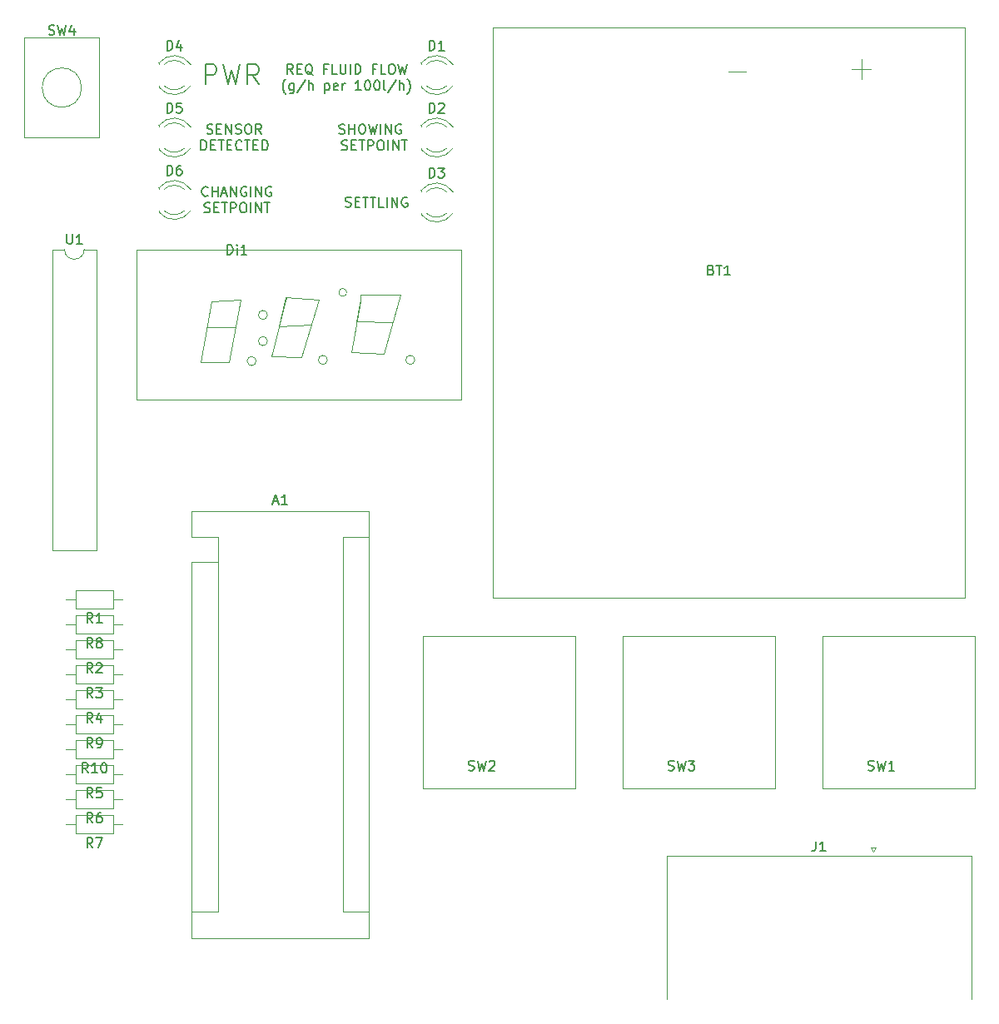
<source format=gbr>
G04 #@! TF.GenerationSoftware,KiCad,Pcbnew,(5.1.0)-1*
G04 #@! TF.CreationDate,2019-08-13T11:23:49+02:00*
G04 #@! TF.ProjectId,AirSensorModule,41697253-656e-4736-9f72-4d6f64756c65,rev?*
G04 #@! TF.SameCoordinates,Original*
G04 #@! TF.FileFunction,Legend,Top*
G04 #@! TF.FilePolarity,Positive*
%FSLAX46Y46*%
G04 Gerber Fmt 4.6, Leading zero omitted, Abs format (unit mm)*
G04 Created by KiCad (PCBNEW (5.1.0)-1) date 2019-08-13 11:23:49*
%MOMM*%
%LPD*%
G04 APERTURE LIST*
%ADD10C,0.150000*%
%ADD11C,0.200000*%
%ADD12C,0.120000*%
G04 APERTURE END LIST*
D10*
X129802380Y-71969761D02*
X129945238Y-72017380D01*
X130183333Y-72017380D01*
X130278571Y-71969761D01*
X130326190Y-71922142D01*
X130373809Y-71826904D01*
X130373809Y-71731666D01*
X130326190Y-71636428D01*
X130278571Y-71588809D01*
X130183333Y-71541190D01*
X129992857Y-71493571D01*
X129897619Y-71445952D01*
X129850000Y-71398333D01*
X129802380Y-71303095D01*
X129802380Y-71207857D01*
X129850000Y-71112619D01*
X129897619Y-71065000D01*
X129992857Y-71017380D01*
X130230952Y-71017380D01*
X130373809Y-71065000D01*
X130802380Y-72017380D02*
X130802380Y-71017380D01*
X130802380Y-71493571D02*
X131373809Y-71493571D01*
X131373809Y-72017380D02*
X131373809Y-71017380D01*
X132040476Y-71017380D02*
X132230952Y-71017380D01*
X132326190Y-71065000D01*
X132421428Y-71160238D01*
X132469047Y-71350714D01*
X132469047Y-71684047D01*
X132421428Y-71874523D01*
X132326190Y-71969761D01*
X132230952Y-72017380D01*
X132040476Y-72017380D01*
X131945238Y-71969761D01*
X131850000Y-71874523D01*
X131802380Y-71684047D01*
X131802380Y-71350714D01*
X131850000Y-71160238D01*
X131945238Y-71065000D01*
X132040476Y-71017380D01*
X132802380Y-71017380D02*
X133040476Y-72017380D01*
X133230952Y-71303095D01*
X133421428Y-72017380D01*
X133659523Y-71017380D01*
X134040476Y-72017380D02*
X134040476Y-71017380D01*
X134516666Y-72017380D02*
X134516666Y-71017380D01*
X135088095Y-72017380D01*
X135088095Y-71017380D01*
X136088095Y-71065000D02*
X135992857Y-71017380D01*
X135850000Y-71017380D01*
X135707142Y-71065000D01*
X135611904Y-71160238D01*
X135564285Y-71255476D01*
X135516666Y-71445952D01*
X135516666Y-71588809D01*
X135564285Y-71779285D01*
X135611904Y-71874523D01*
X135707142Y-71969761D01*
X135850000Y-72017380D01*
X135945238Y-72017380D01*
X136088095Y-71969761D01*
X136135714Y-71922142D01*
X136135714Y-71588809D01*
X135945238Y-71588809D01*
X130064285Y-73619761D02*
X130207142Y-73667380D01*
X130445238Y-73667380D01*
X130540476Y-73619761D01*
X130588095Y-73572142D01*
X130635714Y-73476904D01*
X130635714Y-73381666D01*
X130588095Y-73286428D01*
X130540476Y-73238809D01*
X130445238Y-73191190D01*
X130254761Y-73143571D01*
X130159523Y-73095952D01*
X130111904Y-73048333D01*
X130064285Y-72953095D01*
X130064285Y-72857857D01*
X130111904Y-72762619D01*
X130159523Y-72715000D01*
X130254761Y-72667380D01*
X130492857Y-72667380D01*
X130635714Y-72715000D01*
X131064285Y-73143571D02*
X131397619Y-73143571D01*
X131540476Y-73667380D02*
X131064285Y-73667380D01*
X131064285Y-72667380D01*
X131540476Y-72667380D01*
X131826190Y-72667380D02*
X132397619Y-72667380D01*
X132111904Y-73667380D02*
X132111904Y-72667380D01*
X132730952Y-73667380D02*
X132730952Y-72667380D01*
X133111904Y-72667380D01*
X133207142Y-72715000D01*
X133254761Y-72762619D01*
X133302380Y-72857857D01*
X133302380Y-73000714D01*
X133254761Y-73095952D01*
X133207142Y-73143571D01*
X133111904Y-73191190D01*
X132730952Y-73191190D01*
X133921428Y-72667380D02*
X134111904Y-72667380D01*
X134207142Y-72715000D01*
X134302380Y-72810238D01*
X134350000Y-73000714D01*
X134350000Y-73334047D01*
X134302380Y-73524523D01*
X134207142Y-73619761D01*
X134111904Y-73667380D01*
X133921428Y-73667380D01*
X133826190Y-73619761D01*
X133730952Y-73524523D01*
X133683333Y-73334047D01*
X133683333Y-73000714D01*
X133730952Y-72810238D01*
X133826190Y-72715000D01*
X133921428Y-72667380D01*
X134778571Y-73667380D02*
X134778571Y-72667380D01*
X135254761Y-73667380D02*
X135254761Y-72667380D01*
X135826190Y-73667380D01*
X135826190Y-72667380D01*
X136159523Y-72667380D02*
X136730952Y-72667380D01*
X136445238Y-73667380D02*
X136445238Y-72667380D01*
X125103619Y-65921380D02*
X124770285Y-65445190D01*
X124532190Y-65921380D02*
X124532190Y-64921380D01*
X124913142Y-64921380D01*
X125008380Y-64969000D01*
X125056000Y-65016619D01*
X125103619Y-65111857D01*
X125103619Y-65254714D01*
X125056000Y-65349952D01*
X125008380Y-65397571D01*
X124913142Y-65445190D01*
X124532190Y-65445190D01*
X125532190Y-65397571D02*
X125865523Y-65397571D01*
X126008380Y-65921380D02*
X125532190Y-65921380D01*
X125532190Y-64921380D01*
X126008380Y-64921380D01*
X127103619Y-66016619D02*
X127008380Y-65969000D01*
X126913142Y-65873761D01*
X126770285Y-65730904D01*
X126675047Y-65683285D01*
X126579809Y-65683285D01*
X126627428Y-65921380D02*
X126532190Y-65873761D01*
X126436952Y-65778523D01*
X126389333Y-65588047D01*
X126389333Y-65254714D01*
X126436952Y-65064238D01*
X126532190Y-64969000D01*
X126627428Y-64921380D01*
X126817904Y-64921380D01*
X126913142Y-64969000D01*
X127008380Y-65064238D01*
X127056000Y-65254714D01*
X127056000Y-65588047D01*
X127008380Y-65778523D01*
X126913142Y-65873761D01*
X126817904Y-65921380D01*
X126627428Y-65921380D01*
X128579809Y-65397571D02*
X128246476Y-65397571D01*
X128246476Y-65921380D02*
X128246476Y-64921380D01*
X128722666Y-64921380D01*
X129579809Y-65921380D02*
X129103619Y-65921380D01*
X129103619Y-64921380D01*
X129913142Y-64921380D02*
X129913142Y-65730904D01*
X129960761Y-65826142D01*
X130008380Y-65873761D01*
X130103619Y-65921380D01*
X130294095Y-65921380D01*
X130389333Y-65873761D01*
X130436952Y-65826142D01*
X130484571Y-65730904D01*
X130484571Y-64921380D01*
X130960761Y-65921380D02*
X130960761Y-64921380D01*
X131436952Y-65921380D02*
X131436952Y-64921380D01*
X131675047Y-64921380D01*
X131817904Y-64969000D01*
X131913142Y-65064238D01*
X131960761Y-65159476D01*
X132008380Y-65349952D01*
X132008380Y-65492809D01*
X131960761Y-65683285D01*
X131913142Y-65778523D01*
X131817904Y-65873761D01*
X131675047Y-65921380D01*
X131436952Y-65921380D01*
X133532190Y-65397571D02*
X133198857Y-65397571D01*
X133198857Y-65921380D02*
X133198857Y-64921380D01*
X133675047Y-64921380D01*
X134532190Y-65921380D02*
X134056000Y-65921380D01*
X134056000Y-64921380D01*
X135056000Y-64921380D02*
X135246476Y-64921380D01*
X135341714Y-64969000D01*
X135436952Y-65064238D01*
X135484571Y-65254714D01*
X135484571Y-65588047D01*
X135436952Y-65778523D01*
X135341714Y-65873761D01*
X135246476Y-65921380D01*
X135056000Y-65921380D01*
X134960761Y-65873761D01*
X134865523Y-65778523D01*
X134817904Y-65588047D01*
X134817904Y-65254714D01*
X134865523Y-65064238D01*
X134960761Y-64969000D01*
X135056000Y-64921380D01*
X135817904Y-64921380D02*
X136056000Y-65921380D01*
X136246476Y-65207095D01*
X136436952Y-65921380D01*
X136675047Y-64921380D01*
X124365523Y-67952333D02*
X124317904Y-67904714D01*
X124222666Y-67761857D01*
X124175047Y-67666619D01*
X124127428Y-67523761D01*
X124079809Y-67285666D01*
X124079809Y-67095190D01*
X124127428Y-66857095D01*
X124175047Y-66714238D01*
X124222666Y-66619000D01*
X124317904Y-66476142D01*
X124365523Y-66428523D01*
X125175047Y-66904714D02*
X125175047Y-67714238D01*
X125127428Y-67809476D01*
X125079809Y-67857095D01*
X124984571Y-67904714D01*
X124841714Y-67904714D01*
X124746476Y-67857095D01*
X125175047Y-67523761D02*
X125079809Y-67571380D01*
X124889333Y-67571380D01*
X124794095Y-67523761D01*
X124746476Y-67476142D01*
X124698857Y-67380904D01*
X124698857Y-67095190D01*
X124746476Y-66999952D01*
X124794095Y-66952333D01*
X124889333Y-66904714D01*
X125079809Y-66904714D01*
X125175047Y-66952333D01*
X126365523Y-66523761D02*
X125508380Y-67809476D01*
X126698857Y-67571380D02*
X126698857Y-66571380D01*
X127127428Y-67571380D02*
X127127428Y-67047571D01*
X127079809Y-66952333D01*
X126984571Y-66904714D01*
X126841714Y-66904714D01*
X126746476Y-66952333D01*
X126698857Y-66999952D01*
X128365523Y-66904714D02*
X128365523Y-67904714D01*
X128365523Y-66952333D02*
X128460761Y-66904714D01*
X128651238Y-66904714D01*
X128746476Y-66952333D01*
X128794095Y-66999952D01*
X128841714Y-67095190D01*
X128841714Y-67380904D01*
X128794095Y-67476142D01*
X128746476Y-67523761D01*
X128651238Y-67571380D01*
X128460761Y-67571380D01*
X128365523Y-67523761D01*
X129651238Y-67523761D02*
X129556000Y-67571380D01*
X129365523Y-67571380D01*
X129270285Y-67523761D01*
X129222666Y-67428523D01*
X129222666Y-67047571D01*
X129270285Y-66952333D01*
X129365523Y-66904714D01*
X129556000Y-66904714D01*
X129651238Y-66952333D01*
X129698857Y-67047571D01*
X129698857Y-67142809D01*
X129222666Y-67238047D01*
X130127428Y-67571380D02*
X130127428Y-66904714D01*
X130127428Y-67095190D02*
X130175047Y-66999952D01*
X130222666Y-66952333D01*
X130317904Y-66904714D01*
X130413142Y-66904714D01*
X132032190Y-67571380D02*
X131460761Y-67571380D01*
X131746476Y-67571380D02*
X131746476Y-66571380D01*
X131651238Y-66714238D01*
X131556000Y-66809476D01*
X131460761Y-66857095D01*
X132651238Y-66571380D02*
X132746476Y-66571380D01*
X132841714Y-66619000D01*
X132889333Y-66666619D01*
X132936952Y-66761857D01*
X132984571Y-66952333D01*
X132984571Y-67190428D01*
X132936952Y-67380904D01*
X132889333Y-67476142D01*
X132841714Y-67523761D01*
X132746476Y-67571380D01*
X132651238Y-67571380D01*
X132556000Y-67523761D01*
X132508380Y-67476142D01*
X132460761Y-67380904D01*
X132413142Y-67190428D01*
X132413142Y-66952333D01*
X132460761Y-66761857D01*
X132508380Y-66666619D01*
X132556000Y-66619000D01*
X132651238Y-66571380D01*
X133603619Y-66571380D02*
X133698857Y-66571380D01*
X133794095Y-66619000D01*
X133841714Y-66666619D01*
X133889333Y-66761857D01*
X133936952Y-66952333D01*
X133936952Y-67190428D01*
X133889333Y-67380904D01*
X133841714Y-67476142D01*
X133794095Y-67523761D01*
X133698857Y-67571380D01*
X133603619Y-67571380D01*
X133508380Y-67523761D01*
X133460761Y-67476142D01*
X133413142Y-67380904D01*
X133365523Y-67190428D01*
X133365523Y-66952333D01*
X133413142Y-66761857D01*
X133460761Y-66666619D01*
X133508380Y-66619000D01*
X133603619Y-66571380D01*
X134508380Y-67571380D02*
X134413142Y-67523761D01*
X134365523Y-67428523D01*
X134365523Y-66571380D01*
X135603619Y-66523761D02*
X134746476Y-67809476D01*
X135936952Y-67571380D02*
X135936952Y-66571380D01*
X136365523Y-67571380D02*
X136365523Y-67047571D01*
X136317904Y-66952333D01*
X136222666Y-66904714D01*
X136079809Y-66904714D01*
X135984571Y-66952333D01*
X135936952Y-66999952D01*
X136746476Y-67952333D02*
X136794095Y-67904714D01*
X136889333Y-67761857D01*
X136936952Y-67666619D01*
X136984571Y-67523761D01*
X137032190Y-67285666D01*
X137032190Y-67095190D01*
X136984571Y-66857095D01*
X136936952Y-66714238D01*
X136889333Y-66619000D01*
X136794095Y-66476142D01*
X136746476Y-66428523D01*
X130437333Y-79398761D02*
X130580190Y-79446380D01*
X130818285Y-79446380D01*
X130913523Y-79398761D01*
X130961142Y-79351142D01*
X131008761Y-79255904D01*
X131008761Y-79160666D01*
X130961142Y-79065428D01*
X130913523Y-79017809D01*
X130818285Y-78970190D01*
X130627809Y-78922571D01*
X130532571Y-78874952D01*
X130484952Y-78827333D01*
X130437333Y-78732095D01*
X130437333Y-78636857D01*
X130484952Y-78541619D01*
X130532571Y-78494000D01*
X130627809Y-78446380D01*
X130865904Y-78446380D01*
X131008761Y-78494000D01*
X131437333Y-78922571D02*
X131770666Y-78922571D01*
X131913523Y-79446380D02*
X131437333Y-79446380D01*
X131437333Y-78446380D01*
X131913523Y-78446380D01*
X132199238Y-78446380D02*
X132770666Y-78446380D01*
X132484952Y-79446380D02*
X132484952Y-78446380D01*
X132961142Y-78446380D02*
X133532571Y-78446380D01*
X133246857Y-79446380D02*
X133246857Y-78446380D01*
X134342095Y-79446380D02*
X133865904Y-79446380D01*
X133865904Y-78446380D01*
X134675428Y-79446380D02*
X134675428Y-78446380D01*
X135151619Y-79446380D02*
X135151619Y-78446380D01*
X135723047Y-79446380D01*
X135723047Y-78446380D01*
X136723047Y-78494000D02*
X136627809Y-78446380D01*
X136484952Y-78446380D01*
X136342095Y-78494000D01*
X136246857Y-78589238D01*
X136199238Y-78684476D01*
X136151619Y-78874952D01*
X136151619Y-79017809D01*
X136199238Y-79208285D01*
X136246857Y-79303523D01*
X136342095Y-79398761D01*
X136484952Y-79446380D01*
X136580190Y-79446380D01*
X136723047Y-79398761D01*
X136770666Y-79351142D01*
X136770666Y-79017809D01*
X136580190Y-79017809D01*
X116451428Y-78272142D02*
X116403809Y-78319761D01*
X116260952Y-78367380D01*
X116165714Y-78367380D01*
X116022857Y-78319761D01*
X115927619Y-78224523D01*
X115880000Y-78129285D01*
X115832380Y-77938809D01*
X115832380Y-77795952D01*
X115880000Y-77605476D01*
X115927619Y-77510238D01*
X116022857Y-77415000D01*
X116165714Y-77367380D01*
X116260952Y-77367380D01*
X116403809Y-77415000D01*
X116451428Y-77462619D01*
X116880000Y-78367380D02*
X116880000Y-77367380D01*
X116880000Y-77843571D02*
X117451428Y-77843571D01*
X117451428Y-78367380D02*
X117451428Y-77367380D01*
X117880000Y-78081666D02*
X118356190Y-78081666D01*
X117784761Y-78367380D02*
X118118095Y-77367380D01*
X118451428Y-78367380D01*
X118784761Y-78367380D02*
X118784761Y-77367380D01*
X119356190Y-78367380D01*
X119356190Y-77367380D01*
X120356190Y-77415000D02*
X120260952Y-77367380D01*
X120118095Y-77367380D01*
X119975238Y-77415000D01*
X119880000Y-77510238D01*
X119832380Y-77605476D01*
X119784761Y-77795952D01*
X119784761Y-77938809D01*
X119832380Y-78129285D01*
X119880000Y-78224523D01*
X119975238Y-78319761D01*
X120118095Y-78367380D01*
X120213333Y-78367380D01*
X120356190Y-78319761D01*
X120403809Y-78272142D01*
X120403809Y-77938809D01*
X120213333Y-77938809D01*
X120832380Y-78367380D02*
X120832380Y-77367380D01*
X121308571Y-78367380D02*
X121308571Y-77367380D01*
X121880000Y-78367380D01*
X121880000Y-77367380D01*
X122880000Y-77415000D02*
X122784761Y-77367380D01*
X122641904Y-77367380D01*
X122499047Y-77415000D01*
X122403809Y-77510238D01*
X122356190Y-77605476D01*
X122308571Y-77795952D01*
X122308571Y-77938809D01*
X122356190Y-78129285D01*
X122403809Y-78224523D01*
X122499047Y-78319761D01*
X122641904Y-78367380D01*
X122737142Y-78367380D01*
X122880000Y-78319761D01*
X122927619Y-78272142D01*
X122927619Y-77938809D01*
X122737142Y-77938809D01*
X116094285Y-79969761D02*
X116237142Y-80017380D01*
X116475238Y-80017380D01*
X116570476Y-79969761D01*
X116618095Y-79922142D01*
X116665714Y-79826904D01*
X116665714Y-79731666D01*
X116618095Y-79636428D01*
X116570476Y-79588809D01*
X116475238Y-79541190D01*
X116284761Y-79493571D01*
X116189523Y-79445952D01*
X116141904Y-79398333D01*
X116094285Y-79303095D01*
X116094285Y-79207857D01*
X116141904Y-79112619D01*
X116189523Y-79065000D01*
X116284761Y-79017380D01*
X116522857Y-79017380D01*
X116665714Y-79065000D01*
X117094285Y-79493571D02*
X117427619Y-79493571D01*
X117570476Y-80017380D02*
X117094285Y-80017380D01*
X117094285Y-79017380D01*
X117570476Y-79017380D01*
X117856190Y-79017380D02*
X118427619Y-79017380D01*
X118141904Y-80017380D02*
X118141904Y-79017380D01*
X118760952Y-80017380D02*
X118760952Y-79017380D01*
X119141904Y-79017380D01*
X119237142Y-79065000D01*
X119284761Y-79112619D01*
X119332380Y-79207857D01*
X119332380Y-79350714D01*
X119284761Y-79445952D01*
X119237142Y-79493571D01*
X119141904Y-79541190D01*
X118760952Y-79541190D01*
X119951428Y-79017380D02*
X120141904Y-79017380D01*
X120237142Y-79065000D01*
X120332380Y-79160238D01*
X120380000Y-79350714D01*
X120380000Y-79684047D01*
X120332380Y-79874523D01*
X120237142Y-79969761D01*
X120141904Y-80017380D01*
X119951428Y-80017380D01*
X119856190Y-79969761D01*
X119760952Y-79874523D01*
X119713333Y-79684047D01*
X119713333Y-79350714D01*
X119760952Y-79160238D01*
X119856190Y-79065000D01*
X119951428Y-79017380D01*
X120808571Y-80017380D02*
X120808571Y-79017380D01*
X121284761Y-80017380D02*
X121284761Y-79017380D01*
X121856190Y-80017380D01*
X121856190Y-79017380D01*
X122189523Y-79017380D02*
X122760952Y-79017380D01*
X122475238Y-80017380D02*
X122475238Y-79017380D01*
X116364095Y-71969761D02*
X116506952Y-72017380D01*
X116745047Y-72017380D01*
X116840285Y-71969761D01*
X116887904Y-71922142D01*
X116935523Y-71826904D01*
X116935523Y-71731666D01*
X116887904Y-71636428D01*
X116840285Y-71588809D01*
X116745047Y-71541190D01*
X116554571Y-71493571D01*
X116459333Y-71445952D01*
X116411714Y-71398333D01*
X116364095Y-71303095D01*
X116364095Y-71207857D01*
X116411714Y-71112619D01*
X116459333Y-71065000D01*
X116554571Y-71017380D01*
X116792666Y-71017380D01*
X116935523Y-71065000D01*
X117364095Y-71493571D02*
X117697428Y-71493571D01*
X117840285Y-72017380D02*
X117364095Y-72017380D01*
X117364095Y-71017380D01*
X117840285Y-71017380D01*
X118268857Y-72017380D02*
X118268857Y-71017380D01*
X118840285Y-72017380D01*
X118840285Y-71017380D01*
X119268857Y-71969761D02*
X119411714Y-72017380D01*
X119649809Y-72017380D01*
X119745047Y-71969761D01*
X119792666Y-71922142D01*
X119840285Y-71826904D01*
X119840285Y-71731666D01*
X119792666Y-71636428D01*
X119745047Y-71588809D01*
X119649809Y-71541190D01*
X119459333Y-71493571D01*
X119364095Y-71445952D01*
X119316476Y-71398333D01*
X119268857Y-71303095D01*
X119268857Y-71207857D01*
X119316476Y-71112619D01*
X119364095Y-71065000D01*
X119459333Y-71017380D01*
X119697428Y-71017380D01*
X119840285Y-71065000D01*
X120459333Y-71017380D02*
X120649809Y-71017380D01*
X120745047Y-71065000D01*
X120840285Y-71160238D01*
X120887904Y-71350714D01*
X120887904Y-71684047D01*
X120840285Y-71874523D01*
X120745047Y-71969761D01*
X120649809Y-72017380D01*
X120459333Y-72017380D01*
X120364095Y-71969761D01*
X120268857Y-71874523D01*
X120221238Y-71684047D01*
X120221238Y-71350714D01*
X120268857Y-71160238D01*
X120364095Y-71065000D01*
X120459333Y-71017380D01*
X121887904Y-72017380D02*
X121554571Y-71541190D01*
X121316476Y-72017380D02*
X121316476Y-71017380D01*
X121697428Y-71017380D01*
X121792666Y-71065000D01*
X121840285Y-71112619D01*
X121887904Y-71207857D01*
X121887904Y-71350714D01*
X121840285Y-71445952D01*
X121792666Y-71493571D01*
X121697428Y-71541190D01*
X121316476Y-71541190D01*
X115745047Y-73667380D02*
X115745047Y-72667380D01*
X115983142Y-72667380D01*
X116126000Y-72715000D01*
X116221238Y-72810238D01*
X116268857Y-72905476D01*
X116316476Y-73095952D01*
X116316476Y-73238809D01*
X116268857Y-73429285D01*
X116221238Y-73524523D01*
X116126000Y-73619761D01*
X115983142Y-73667380D01*
X115745047Y-73667380D01*
X116745047Y-73143571D02*
X117078380Y-73143571D01*
X117221238Y-73667380D02*
X116745047Y-73667380D01*
X116745047Y-72667380D01*
X117221238Y-72667380D01*
X117506952Y-72667380D02*
X118078380Y-72667380D01*
X117792666Y-73667380D02*
X117792666Y-72667380D01*
X118411714Y-73143571D02*
X118745047Y-73143571D01*
X118887904Y-73667380D02*
X118411714Y-73667380D01*
X118411714Y-72667380D01*
X118887904Y-72667380D01*
X119887904Y-73572142D02*
X119840285Y-73619761D01*
X119697428Y-73667380D01*
X119602190Y-73667380D01*
X119459333Y-73619761D01*
X119364095Y-73524523D01*
X119316476Y-73429285D01*
X119268857Y-73238809D01*
X119268857Y-73095952D01*
X119316476Y-72905476D01*
X119364095Y-72810238D01*
X119459333Y-72715000D01*
X119602190Y-72667380D01*
X119697428Y-72667380D01*
X119840285Y-72715000D01*
X119887904Y-72762619D01*
X120173619Y-72667380D02*
X120745047Y-72667380D01*
X120459333Y-73667380D02*
X120459333Y-72667380D01*
X121078380Y-73143571D02*
X121411714Y-73143571D01*
X121554571Y-73667380D02*
X121078380Y-73667380D01*
X121078380Y-72667380D01*
X121554571Y-72667380D01*
X121983142Y-73667380D02*
X121983142Y-72667380D01*
X122221238Y-72667380D01*
X122364095Y-72715000D01*
X122459333Y-72810238D01*
X122506952Y-72905476D01*
X122554571Y-73095952D01*
X122554571Y-73238809D01*
X122506952Y-73429285D01*
X122459333Y-73524523D01*
X122364095Y-73619761D01*
X122221238Y-73667380D01*
X121983142Y-73667380D01*
D11*
X116205333Y-66944761D02*
X116205333Y-64944761D01*
X116967238Y-64944761D01*
X117157714Y-65040000D01*
X117252952Y-65135238D01*
X117348190Y-65325714D01*
X117348190Y-65611428D01*
X117252952Y-65801904D01*
X117157714Y-65897142D01*
X116967238Y-65992380D01*
X116205333Y-65992380D01*
X118014857Y-64944761D02*
X118491047Y-66944761D01*
X118872000Y-65516190D01*
X119252952Y-66944761D01*
X119729142Y-64944761D01*
X121633904Y-66944761D02*
X120967238Y-65992380D01*
X120491047Y-66944761D02*
X120491047Y-64944761D01*
X121252952Y-64944761D01*
X121443428Y-65040000D01*
X121538666Y-65135238D01*
X121633904Y-65325714D01*
X121633904Y-65611428D01*
X121538666Y-65801904D01*
X121443428Y-65897142D01*
X121252952Y-65992380D01*
X120491047Y-65992380D01*
D12*
X117475000Y-115570000D02*
X117475000Y-113030000D01*
X117475000Y-113030000D02*
X114805000Y-113030000D01*
X114805000Y-115570000D02*
X114805000Y-153800000D01*
X114805000Y-110360000D02*
X114805000Y-113030000D01*
X130175000Y-113030000D02*
X132845000Y-113030000D01*
X130175000Y-113030000D02*
X130175000Y-151130000D01*
X130175000Y-151130000D02*
X132845000Y-151130000D01*
X117475000Y-115570000D02*
X114805000Y-115570000D01*
X117475000Y-115570000D02*
X117475000Y-151130000D01*
X117475000Y-151130000D02*
X114805000Y-151130000D01*
X114805000Y-153800000D02*
X132845000Y-153800000D01*
X132845000Y-153800000D02*
X132845000Y-110360000D01*
X132845000Y-110360000D02*
X114805000Y-110360000D01*
X193404000Y-61170000D02*
X145404000Y-61170000D01*
X145404000Y-61170000D02*
X145404000Y-119170000D01*
X145404000Y-119170000D02*
X193404000Y-119170000D01*
X193404000Y-119170000D02*
X193404000Y-61170000D01*
X182904000Y-66420000D02*
X182904000Y-64420000D01*
X181904000Y-65420000D02*
X183904000Y-65420000D01*
X171154000Y-65670000D02*
X169404000Y-65670000D01*
X141372335Y-64961392D02*
G75*
G03X138140000Y-64804484I-1672335J-1078608D01*
G01*
X141372335Y-67118608D02*
G75*
G02X138140000Y-67275516I-1672335J1078608D01*
G01*
X140741130Y-64960163D02*
G75*
G03X138659039Y-64960000I-1041130J-1079837D01*
G01*
X140741130Y-67119837D02*
G75*
G02X138659039Y-67120000I-1041130J1079837D01*
G01*
X138140000Y-64804000D02*
X138140000Y-64960000D01*
X138140000Y-67120000D02*
X138140000Y-67276000D01*
X138140000Y-73470000D02*
X138140000Y-73626000D01*
X138140000Y-71154000D02*
X138140000Y-71310000D01*
X140741130Y-73469837D02*
G75*
G02X138659039Y-73470000I-1041130J1079837D01*
G01*
X140741130Y-71310163D02*
G75*
G03X138659039Y-71310000I-1041130J-1079837D01*
G01*
X141372335Y-73468608D02*
G75*
G02X138140000Y-73625516I-1672335J1078608D01*
G01*
X141372335Y-71311392D02*
G75*
G03X138140000Y-71154484I-1672335J-1078608D01*
G01*
X141372335Y-77915392D02*
G75*
G03X138140000Y-77758484I-1672335J-1078608D01*
G01*
X141372335Y-80072608D02*
G75*
G02X138140000Y-80229516I-1672335J1078608D01*
G01*
X140741130Y-77914163D02*
G75*
G03X138659039Y-77914000I-1041130J-1079837D01*
G01*
X140741130Y-80073837D02*
G75*
G02X138659039Y-80074000I-1041130J1079837D01*
G01*
X138140000Y-77758000D02*
X138140000Y-77914000D01*
X138140000Y-80074000D02*
X138140000Y-80230000D01*
X111470000Y-67120000D02*
X111470000Y-67276000D01*
X111470000Y-64804000D02*
X111470000Y-64960000D01*
X114071130Y-67119837D02*
G75*
G02X111989039Y-67120000I-1041130J1079837D01*
G01*
X114071130Y-64960163D02*
G75*
G03X111989039Y-64960000I-1041130J-1079837D01*
G01*
X114702335Y-67118608D02*
G75*
G02X111470000Y-67275516I-1672335J1078608D01*
G01*
X114702335Y-64961392D02*
G75*
G03X111470000Y-64804484I-1672335J-1078608D01*
G01*
X114702335Y-71311392D02*
G75*
G03X111470000Y-71154484I-1672335J-1078608D01*
G01*
X114702335Y-73468608D02*
G75*
G02X111470000Y-73625516I-1672335J1078608D01*
G01*
X114071130Y-71310163D02*
G75*
G03X111989039Y-71310000I-1041130J-1079837D01*
G01*
X114071130Y-73469837D02*
G75*
G02X111989039Y-73470000I-1041130J1079837D01*
G01*
X111470000Y-71154000D02*
X111470000Y-71310000D01*
X111470000Y-73470000D02*
X111470000Y-73626000D01*
X111470000Y-79820000D02*
X111470000Y-79976000D01*
X111470000Y-77504000D02*
X111470000Y-77660000D01*
X114071130Y-79819837D02*
G75*
G02X111989039Y-79820000I-1041130J1079837D01*
G01*
X114071130Y-77660163D02*
G75*
G03X111989039Y-77660000I-1041130J-1079837D01*
G01*
X114702335Y-79818608D02*
G75*
G02X111470000Y-79975516I-1672335J1078608D01*
G01*
X114702335Y-77661392D02*
G75*
G03X111470000Y-77504484I-1672335J-1078608D01*
G01*
X119380000Y-99060000D02*
X142240000Y-99060000D01*
X142240000Y-99060000D02*
X142240000Y-83820000D01*
X142240000Y-83820000D02*
X109220000Y-83820000D01*
X109220000Y-83820000D02*
X109220000Y-99060000D01*
X109220000Y-99060000D02*
X119380000Y-99060000D01*
X122504905Y-90424000D02*
G75*
G03X122504905Y-90424000I-457905J0D01*
G01*
X122504905Y-93091000D02*
G75*
G03X122504905Y-93091000I-457905J0D01*
G01*
X121361905Y-95123000D02*
G75*
G03X121361905Y-95123000I-457905J0D01*
G01*
X128600905Y-94996000D02*
G75*
G03X128600905Y-94996000I-457905J0D01*
G01*
X130576609Y-88138000D02*
G75*
G03X130576609Y-88138000I-401609J0D01*
G01*
X137490905Y-94996000D02*
G75*
G03X137490905Y-94996000I-457905J0D01*
G01*
X116840000Y-89027000D02*
X115697000Y-95250000D01*
X115697000Y-95250000D02*
X118618000Y-95250000D01*
X118618000Y-95250000D02*
X119761000Y-88900000D01*
X119761000Y-88900000D02*
X116840000Y-89027000D01*
X116332000Y-91694000D02*
X119253000Y-91694000D01*
X124460000Y-88646000D02*
X122936000Y-94615000D01*
X122936000Y-94615000D02*
X125984000Y-94742000D01*
X125984000Y-94742000D02*
X127762000Y-88900000D01*
X127762000Y-88900000D02*
X124333000Y-88646000D01*
X124333000Y-88646000D02*
X123698000Y-91567000D01*
X123698000Y-91567000D02*
X127000000Y-91440000D01*
X131953000Y-89027000D02*
X131064000Y-94234000D01*
X131064000Y-94234000D02*
X134366000Y-94361000D01*
X134366000Y-94361000D02*
X136017000Y-88392000D01*
X136017000Y-88392000D02*
X131953000Y-88392000D01*
X131953000Y-88392000D02*
X131953000Y-88900000D01*
X131953000Y-88900000D02*
X131572000Y-91059000D01*
X131572000Y-91059000D02*
X135255000Y-91186000D01*
X163125000Y-160000000D02*
X163125000Y-145460000D01*
X163125000Y-145460000D02*
X194095000Y-145460000D01*
X194095000Y-145460000D02*
X194095000Y-160000000D01*
X183900000Y-144565662D02*
X184400000Y-144565662D01*
X184400000Y-144565662D02*
X184150000Y-144998675D01*
X184150000Y-144998675D02*
X183900000Y-144565662D01*
X106822000Y-120300000D02*
X106822000Y-118460000D01*
X106822000Y-118460000D02*
X102982000Y-118460000D01*
X102982000Y-118460000D02*
X102982000Y-120300000D01*
X102982000Y-120300000D02*
X106822000Y-120300000D01*
X107772000Y-119380000D02*
X106822000Y-119380000D01*
X102032000Y-119380000D02*
X102982000Y-119380000D01*
X106822000Y-125380000D02*
X106822000Y-123540000D01*
X106822000Y-123540000D02*
X102982000Y-123540000D01*
X102982000Y-123540000D02*
X102982000Y-125380000D01*
X102982000Y-125380000D02*
X106822000Y-125380000D01*
X107772000Y-124460000D02*
X106822000Y-124460000D01*
X102032000Y-124460000D02*
X102982000Y-124460000D01*
X102032000Y-127000000D02*
X102982000Y-127000000D01*
X107772000Y-127000000D02*
X106822000Y-127000000D01*
X102982000Y-127920000D02*
X106822000Y-127920000D01*
X102982000Y-126080000D02*
X102982000Y-127920000D01*
X106822000Y-126080000D02*
X102982000Y-126080000D01*
X106822000Y-127920000D02*
X106822000Y-126080000D01*
X106822000Y-130460000D02*
X106822000Y-128620000D01*
X106822000Y-128620000D02*
X102982000Y-128620000D01*
X102982000Y-128620000D02*
X102982000Y-130460000D01*
X102982000Y-130460000D02*
X106822000Y-130460000D01*
X107772000Y-129540000D02*
X106822000Y-129540000D01*
X102032000Y-129540000D02*
X102982000Y-129540000D01*
X102032000Y-137160000D02*
X102982000Y-137160000D01*
X107772000Y-137160000D02*
X106822000Y-137160000D01*
X102982000Y-138080000D02*
X106822000Y-138080000D01*
X102982000Y-136240000D02*
X102982000Y-138080000D01*
X106822000Y-136240000D02*
X102982000Y-136240000D01*
X106822000Y-138080000D02*
X106822000Y-136240000D01*
X106822000Y-140620000D02*
X106822000Y-138780000D01*
X106822000Y-138780000D02*
X102982000Y-138780000D01*
X102982000Y-138780000D02*
X102982000Y-140620000D01*
X102982000Y-140620000D02*
X106822000Y-140620000D01*
X107772000Y-139700000D02*
X106822000Y-139700000D01*
X102032000Y-139700000D02*
X102982000Y-139700000D01*
X102032000Y-142240000D02*
X102982000Y-142240000D01*
X107772000Y-142240000D02*
X106822000Y-142240000D01*
X102982000Y-143160000D02*
X106822000Y-143160000D01*
X102982000Y-141320000D02*
X102982000Y-143160000D01*
X106822000Y-141320000D02*
X102982000Y-141320000D01*
X106822000Y-143160000D02*
X106822000Y-141320000D01*
X102032000Y-121920000D02*
X102982000Y-121920000D01*
X107772000Y-121920000D02*
X106822000Y-121920000D01*
X102982000Y-122840000D02*
X106822000Y-122840000D01*
X102982000Y-121000000D02*
X102982000Y-122840000D01*
X106822000Y-121000000D02*
X102982000Y-121000000D01*
X106822000Y-122840000D02*
X106822000Y-121000000D01*
X106822000Y-133000000D02*
X106822000Y-131160000D01*
X106822000Y-131160000D02*
X102982000Y-131160000D01*
X102982000Y-131160000D02*
X102982000Y-133000000D01*
X102982000Y-133000000D02*
X106822000Y-133000000D01*
X107772000Y-132080000D02*
X106822000Y-132080000D01*
X102032000Y-132080000D02*
X102982000Y-132080000D01*
X102032000Y-134620000D02*
X102982000Y-134620000D01*
X107772000Y-134620000D02*
X106822000Y-134620000D01*
X102982000Y-135540000D02*
X106822000Y-135540000D01*
X102982000Y-133700000D02*
X102982000Y-135540000D01*
X106822000Y-133700000D02*
X102982000Y-133700000D01*
X106822000Y-135540000D02*
X106822000Y-133700000D01*
X194437000Y-123063000D02*
X178943000Y-123063000D01*
X178943000Y-123063000D02*
X178943000Y-138557000D01*
X178943000Y-138557000D02*
X194437000Y-138557000D01*
X194437000Y-138557000D02*
X194437000Y-123063000D01*
X153797000Y-138557000D02*
X153797000Y-123063000D01*
X138303000Y-138557000D02*
X153797000Y-138557000D01*
X138303000Y-123063000D02*
X138303000Y-138557000D01*
X153797000Y-123063000D02*
X138303000Y-123063000D01*
X174117000Y-123063000D02*
X158623000Y-123063000D01*
X158623000Y-123063000D02*
X158623000Y-138557000D01*
X158623000Y-138557000D02*
X174117000Y-138557000D01*
X174117000Y-138557000D02*
X174117000Y-123063000D01*
X105410000Y-72390000D02*
X105410000Y-62230000D01*
X97790000Y-62230000D02*
X105410000Y-62230000D01*
X97790000Y-62230000D02*
X97790000Y-72390000D01*
X97790000Y-72390000D02*
X105410000Y-72390000D01*
X103600000Y-67310000D02*
G75*
G03X103600000Y-67310000I-2000000J0D01*
G01*
X103870000Y-83760000D02*
G75*
G02X101870000Y-83760000I-1000000J0D01*
G01*
X101870000Y-83760000D02*
X100620000Y-83760000D01*
X100620000Y-83760000D02*
X100620000Y-114360000D01*
X100620000Y-114360000D02*
X105120000Y-114360000D01*
X105120000Y-114360000D02*
X105120000Y-83760000D01*
X105120000Y-83760000D02*
X103870000Y-83760000D01*
D10*
X123110714Y-109386666D02*
X123586904Y-109386666D01*
X123015476Y-109672380D02*
X123348809Y-108672380D01*
X123682142Y-109672380D01*
X124539285Y-109672380D02*
X123967857Y-109672380D01*
X124253571Y-109672380D02*
X124253571Y-108672380D01*
X124158333Y-108815238D01*
X124063095Y-108910476D01*
X123967857Y-108958095D01*
X167618285Y-85848571D02*
X167761142Y-85896190D01*
X167808761Y-85943809D01*
X167856380Y-86039047D01*
X167856380Y-86181904D01*
X167808761Y-86277142D01*
X167761142Y-86324761D01*
X167665904Y-86372380D01*
X167284952Y-86372380D01*
X167284952Y-85372380D01*
X167618285Y-85372380D01*
X167713523Y-85420000D01*
X167761142Y-85467619D01*
X167808761Y-85562857D01*
X167808761Y-85658095D01*
X167761142Y-85753333D01*
X167713523Y-85800952D01*
X167618285Y-85848571D01*
X167284952Y-85848571D01*
X168142095Y-85372380D02*
X168713523Y-85372380D01*
X168427809Y-86372380D02*
X168427809Y-85372380D01*
X169570666Y-86372380D02*
X168999238Y-86372380D01*
X169284952Y-86372380D02*
X169284952Y-85372380D01*
X169189714Y-85515238D01*
X169094476Y-85610476D01*
X168999238Y-85658095D01*
X138961904Y-63532380D02*
X138961904Y-62532380D01*
X139200000Y-62532380D01*
X139342857Y-62580000D01*
X139438095Y-62675238D01*
X139485714Y-62770476D01*
X139533333Y-62960952D01*
X139533333Y-63103809D01*
X139485714Y-63294285D01*
X139438095Y-63389523D01*
X139342857Y-63484761D01*
X139200000Y-63532380D01*
X138961904Y-63532380D01*
X140485714Y-63532380D02*
X139914285Y-63532380D01*
X140200000Y-63532380D02*
X140200000Y-62532380D01*
X140104761Y-62675238D01*
X140009523Y-62770476D01*
X139914285Y-62818095D01*
X138961904Y-69882380D02*
X138961904Y-68882380D01*
X139200000Y-68882380D01*
X139342857Y-68930000D01*
X139438095Y-69025238D01*
X139485714Y-69120476D01*
X139533333Y-69310952D01*
X139533333Y-69453809D01*
X139485714Y-69644285D01*
X139438095Y-69739523D01*
X139342857Y-69834761D01*
X139200000Y-69882380D01*
X138961904Y-69882380D01*
X139914285Y-68977619D02*
X139961904Y-68930000D01*
X140057142Y-68882380D01*
X140295238Y-68882380D01*
X140390476Y-68930000D01*
X140438095Y-68977619D01*
X140485714Y-69072857D01*
X140485714Y-69168095D01*
X140438095Y-69310952D01*
X139866666Y-69882380D01*
X140485714Y-69882380D01*
X138961904Y-76486380D02*
X138961904Y-75486380D01*
X139200000Y-75486380D01*
X139342857Y-75534000D01*
X139438095Y-75629238D01*
X139485714Y-75724476D01*
X139533333Y-75914952D01*
X139533333Y-76057809D01*
X139485714Y-76248285D01*
X139438095Y-76343523D01*
X139342857Y-76438761D01*
X139200000Y-76486380D01*
X138961904Y-76486380D01*
X139866666Y-75486380D02*
X140485714Y-75486380D01*
X140152380Y-75867333D01*
X140295238Y-75867333D01*
X140390476Y-75914952D01*
X140438095Y-75962571D01*
X140485714Y-76057809D01*
X140485714Y-76295904D01*
X140438095Y-76391142D01*
X140390476Y-76438761D01*
X140295238Y-76486380D01*
X140009523Y-76486380D01*
X139914285Y-76438761D01*
X139866666Y-76391142D01*
X112291904Y-63532380D02*
X112291904Y-62532380D01*
X112530000Y-62532380D01*
X112672857Y-62580000D01*
X112768095Y-62675238D01*
X112815714Y-62770476D01*
X112863333Y-62960952D01*
X112863333Y-63103809D01*
X112815714Y-63294285D01*
X112768095Y-63389523D01*
X112672857Y-63484761D01*
X112530000Y-63532380D01*
X112291904Y-63532380D01*
X113720476Y-62865714D02*
X113720476Y-63532380D01*
X113482380Y-62484761D02*
X113244285Y-63199047D01*
X113863333Y-63199047D01*
X112291904Y-69882380D02*
X112291904Y-68882380D01*
X112530000Y-68882380D01*
X112672857Y-68930000D01*
X112768095Y-69025238D01*
X112815714Y-69120476D01*
X112863333Y-69310952D01*
X112863333Y-69453809D01*
X112815714Y-69644285D01*
X112768095Y-69739523D01*
X112672857Y-69834761D01*
X112530000Y-69882380D01*
X112291904Y-69882380D01*
X113768095Y-68882380D02*
X113291904Y-68882380D01*
X113244285Y-69358571D01*
X113291904Y-69310952D01*
X113387142Y-69263333D01*
X113625238Y-69263333D01*
X113720476Y-69310952D01*
X113768095Y-69358571D01*
X113815714Y-69453809D01*
X113815714Y-69691904D01*
X113768095Y-69787142D01*
X113720476Y-69834761D01*
X113625238Y-69882380D01*
X113387142Y-69882380D01*
X113291904Y-69834761D01*
X113244285Y-69787142D01*
X112291904Y-76232380D02*
X112291904Y-75232380D01*
X112530000Y-75232380D01*
X112672857Y-75280000D01*
X112768095Y-75375238D01*
X112815714Y-75470476D01*
X112863333Y-75660952D01*
X112863333Y-75803809D01*
X112815714Y-75994285D01*
X112768095Y-76089523D01*
X112672857Y-76184761D01*
X112530000Y-76232380D01*
X112291904Y-76232380D01*
X113720476Y-75232380D02*
X113530000Y-75232380D01*
X113434761Y-75280000D01*
X113387142Y-75327619D01*
X113291904Y-75470476D01*
X113244285Y-75660952D01*
X113244285Y-76041904D01*
X113291904Y-76137142D01*
X113339523Y-76184761D01*
X113434761Y-76232380D01*
X113625238Y-76232380D01*
X113720476Y-76184761D01*
X113768095Y-76137142D01*
X113815714Y-76041904D01*
X113815714Y-75803809D01*
X113768095Y-75708571D01*
X113720476Y-75660952D01*
X113625238Y-75613333D01*
X113434761Y-75613333D01*
X113339523Y-75660952D01*
X113291904Y-75708571D01*
X113244285Y-75803809D01*
X118403809Y-84272380D02*
X118403809Y-83272380D01*
X118641904Y-83272380D01*
X118784761Y-83320000D01*
X118880000Y-83415238D01*
X118927619Y-83510476D01*
X118975238Y-83700952D01*
X118975238Y-83843809D01*
X118927619Y-84034285D01*
X118880000Y-84129523D01*
X118784761Y-84224761D01*
X118641904Y-84272380D01*
X118403809Y-84272380D01*
X119403809Y-84272380D02*
X119403809Y-83605714D01*
X119403809Y-83272380D02*
X119356190Y-83320000D01*
X119403809Y-83367619D01*
X119451428Y-83320000D01*
X119403809Y-83272380D01*
X119403809Y-83367619D01*
X120403809Y-84272380D02*
X119832380Y-84272380D01*
X120118095Y-84272380D02*
X120118095Y-83272380D01*
X120022857Y-83415238D01*
X119927619Y-83510476D01*
X119832380Y-83558095D01*
X178276666Y-143972380D02*
X178276666Y-144686666D01*
X178229047Y-144829523D01*
X178133809Y-144924761D01*
X177990952Y-144972380D01*
X177895714Y-144972380D01*
X179276666Y-144972380D02*
X178705238Y-144972380D01*
X178990952Y-144972380D02*
X178990952Y-143972380D01*
X178895714Y-144115238D01*
X178800476Y-144210476D01*
X178705238Y-144258095D01*
X104735333Y-121752380D02*
X104402000Y-121276190D01*
X104163904Y-121752380D02*
X104163904Y-120752380D01*
X104544857Y-120752380D01*
X104640095Y-120800000D01*
X104687714Y-120847619D01*
X104735333Y-120942857D01*
X104735333Y-121085714D01*
X104687714Y-121180952D01*
X104640095Y-121228571D01*
X104544857Y-121276190D01*
X104163904Y-121276190D01*
X105687714Y-121752380D02*
X105116285Y-121752380D01*
X105402000Y-121752380D02*
X105402000Y-120752380D01*
X105306761Y-120895238D01*
X105211523Y-120990476D01*
X105116285Y-121038095D01*
X104735333Y-126832380D02*
X104402000Y-126356190D01*
X104163904Y-126832380D02*
X104163904Y-125832380D01*
X104544857Y-125832380D01*
X104640095Y-125880000D01*
X104687714Y-125927619D01*
X104735333Y-126022857D01*
X104735333Y-126165714D01*
X104687714Y-126260952D01*
X104640095Y-126308571D01*
X104544857Y-126356190D01*
X104163904Y-126356190D01*
X105116285Y-125927619D02*
X105163904Y-125880000D01*
X105259142Y-125832380D01*
X105497238Y-125832380D01*
X105592476Y-125880000D01*
X105640095Y-125927619D01*
X105687714Y-126022857D01*
X105687714Y-126118095D01*
X105640095Y-126260952D01*
X105068666Y-126832380D01*
X105687714Y-126832380D01*
X104735333Y-129372380D02*
X104402000Y-128896190D01*
X104163904Y-129372380D02*
X104163904Y-128372380D01*
X104544857Y-128372380D01*
X104640095Y-128420000D01*
X104687714Y-128467619D01*
X104735333Y-128562857D01*
X104735333Y-128705714D01*
X104687714Y-128800952D01*
X104640095Y-128848571D01*
X104544857Y-128896190D01*
X104163904Y-128896190D01*
X105068666Y-128372380D02*
X105687714Y-128372380D01*
X105354380Y-128753333D01*
X105497238Y-128753333D01*
X105592476Y-128800952D01*
X105640095Y-128848571D01*
X105687714Y-128943809D01*
X105687714Y-129181904D01*
X105640095Y-129277142D01*
X105592476Y-129324761D01*
X105497238Y-129372380D01*
X105211523Y-129372380D01*
X105116285Y-129324761D01*
X105068666Y-129277142D01*
X104735333Y-131912380D02*
X104402000Y-131436190D01*
X104163904Y-131912380D02*
X104163904Y-130912380D01*
X104544857Y-130912380D01*
X104640095Y-130960000D01*
X104687714Y-131007619D01*
X104735333Y-131102857D01*
X104735333Y-131245714D01*
X104687714Y-131340952D01*
X104640095Y-131388571D01*
X104544857Y-131436190D01*
X104163904Y-131436190D01*
X105592476Y-131245714D02*
X105592476Y-131912380D01*
X105354380Y-130864761D02*
X105116285Y-131579047D01*
X105735333Y-131579047D01*
X104735333Y-139532380D02*
X104402000Y-139056190D01*
X104163904Y-139532380D02*
X104163904Y-138532380D01*
X104544857Y-138532380D01*
X104640095Y-138580000D01*
X104687714Y-138627619D01*
X104735333Y-138722857D01*
X104735333Y-138865714D01*
X104687714Y-138960952D01*
X104640095Y-139008571D01*
X104544857Y-139056190D01*
X104163904Y-139056190D01*
X105640095Y-138532380D02*
X105163904Y-138532380D01*
X105116285Y-139008571D01*
X105163904Y-138960952D01*
X105259142Y-138913333D01*
X105497238Y-138913333D01*
X105592476Y-138960952D01*
X105640095Y-139008571D01*
X105687714Y-139103809D01*
X105687714Y-139341904D01*
X105640095Y-139437142D01*
X105592476Y-139484761D01*
X105497238Y-139532380D01*
X105259142Y-139532380D01*
X105163904Y-139484761D01*
X105116285Y-139437142D01*
X104735333Y-142072380D02*
X104402000Y-141596190D01*
X104163904Y-142072380D02*
X104163904Y-141072380D01*
X104544857Y-141072380D01*
X104640095Y-141120000D01*
X104687714Y-141167619D01*
X104735333Y-141262857D01*
X104735333Y-141405714D01*
X104687714Y-141500952D01*
X104640095Y-141548571D01*
X104544857Y-141596190D01*
X104163904Y-141596190D01*
X105592476Y-141072380D02*
X105402000Y-141072380D01*
X105306761Y-141120000D01*
X105259142Y-141167619D01*
X105163904Y-141310476D01*
X105116285Y-141500952D01*
X105116285Y-141881904D01*
X105163904Y-141977142D01*
X105211523Y-142024761D01*
X105306761Y-142072380D01*
X105497238Y-142072380D01*
X105592476Y-142024761D01*
X105640095Y-141977142D01*
X105687714Y-141881904D01*
X105687714Y-141643809D01*
X105640095Y-141548571D01*
X105592476Y-141500952D01*
X105497238Y-141453333D01*
X105306761Y-141453333D01*
X105211523Y-141500952D01*
X105163904Y-141548571D01*
X105116285Y-141643809D01*
X104735333Y-144612380D02*
X104402000Y-144136190D01*
X104163904Y-144612380D02*
X104163904Y-143612380D01*
X104544857Y-143612380D01*
X104640095Y-143660000D01*
X104687714Y-143707619D01*
X104735333Y-143802857D01*
X104735333Y-143945714D01*
X104687714Y-144040952D01*
X104640095Y-144088571D01*
X104544857Y-144136190D01*
X104163904Y-144136190D01*
X105068666Y-143612380D02*
X105735333Y-143612380D01*
X105306761Y-144612380D01*
X104735333Y-124292380D02*
X104402000Y-123816190D01*
X104163904Y-124292380D02*
X104163904Y-123292380D01*
X104544857Y-123292380D01*
X104640095Y-123340000D01*
X104687714Y-123387619D01*
X104735333Y-123482857D01*
X104735333Y-123625714D01*
X104687714Y-123720952D01*
X104640095Y-123768571D01*
X104544857Y-123816190D01*
X104163904Y-123816190D01*
X105306761Y-123720952D02*
X105211523Y-123673333D01*
X105163904Y-123625714D01*
X105116285Y-123530476D01*
X105116285Y-123482857D01*
X105163904Y-123387619D01*
X105211523Y-123340000D01*
X105306761Y-123292380D01*
X105497238Y-123292380D01*
X105592476Y-123340000D01*
X105640095Y-123387619D01*
X105687714Y-123482857D01*
X105687714Y-123530476D01*
X105640095Y-123625714D01*
X105592476Y-123673333D01*
X105497238Y-123720952D01*
X105306761Y-123720952D01*
X105211523Y-123768571D01*
X105163904Y-123816190D01*
X105116285Y-123911428D01*
X105116285Y-124101904D01*
X105163904Y-124197142D01*
X105211523Y-124244761D01*
X105306761Y-124292380D01*
X105497238Y-124292380D01*
X105592476Y-124244761D01*
X105640095Y-124197142D01*
X105687714Y-124101904D01*
X105687714Y-123911428D01*
X105640095Y-123816190D01*
X105592476Y-123768571D01*
X105497238Y-123720952D01*
X104735333Y-134452380D02*
X104402000Y-133976190D01*
X104163904Y-134452380D02*
X104163904Y-133452380D01*
X104544857Y-133452380D01*
X104640095Y-133500000D01*
X104687714Y-133547619D01*
X104735333Y-133642857D01*
X104735333Y-133785714D01*
X104687714Y-133880952D01*
X104640095Y-133928571D01*
X104544857Y-133976190D01*
X104163904Y-133976190D01*
X105211523Y-134452380D02*
X105402000Y-134452380D01*
X105497238Y-134404761D01*
X105544857Y-134357142D01*
X105640095Y-134214285D01*
X105687714Y-134023809D01*
X105687714Y-133642857D01*
X105640095Y-133547619D01*
X105592476Y-133500000D01*
X105497238Y-133452380D01*
X105306761Y-133452380D01*
X105211523Y-133500000D01*
X105163904Y-133547619D01*
X105116285Y-133642857D01*
X105116285Y-133880952D01*
X105163904Y-133976190D01*
X105211523Y-134023809D01*
X105306761Y-134071428D01*
X105497238Y-134071428D01*
X105592476Y-134023809D01*
X105640095Y-133976190D01*
X105687714Y-133880952D01*
X104259142Y-136992380D02*
X103925809Y-136516190D01*
X103687714Y-136992380D02*
X103687714Y-135992380D01*
X104068666Y-135992380D01*
X104163904Y-136040000D01*
X104211523Y-136087619D01*
X104259142Y-136182857D01*
X104259142Y-136325714D01*
X104211523Y-136420952D01*
X104163904Y-136468571D01*
X104068666Y-136516190D01*
X103687714Y-136516190D01*
X105211523Y-136992380D02*
X104640095Y-136992380D01*
X104925809Y-136992380D02*
X104925809Y-135992380D01*
X104830571Y-136135238D01*
X104735333Y-136230476D01*
X104640095Y-136278095D01*
X105830571Y-135992380D02*
X105925809Y-135992380D01*
X106021047Y-136040000D01*
X106068666Y-136087619D01*
X106116285Y-136182857D01*
X106163904Y-136373333D01*
X106163904Y-136611428D01*
X106116285Y-136801904D01*
X106068666Y-136897142D01*
X106021047Y-136944761D01*
X105925809Y-136992380D01*
X105830571Y-136992380D01*
X105735333Y-136944761D01*
X105687714Y-136897142D01*
X105640095Y-136801904D01*
X105592476Y-136611428D01*
X105592476Y-136373333D01*
X105640095Y-136182857D01*
X105687714Y-136087619D01*
X105735333Y-136040000D01*
X105830571Y-135992380D01*
X183606666Y-136714761D02*
X183749523Y-136762380D01*
X183987619Y-136762380D01*
X184082857Y-136714761D01*
X184130476Y-136667142D01*
X184178095Y-136571904D01*
X184178095Y-136476666D01*
X184130476Y-136381428D01*
X184082857Y-136333809D01*
X183987619Y-136286190D01*
X183797142Y-136238571D01*
X183701904Y-136190952D01*
X183654285Y-136143333D01*
X183606666Y-136048095D01*
X183606666Y-135952857D01*
X183654285Y-135857619D01*
X183701904Y-135810000D01*
X183797142Y-135762380D01*
X184035238Y-135762380D01*
X184178095Y-135810000D01*
X184511428Y-135762380D02*
X184749523Y-136762380D01*
X184940000Y-136048095D01*
X185130476Y-136762380D01*
X185368571Y-135762380D01*
X186273333Y-136762380D02*
X185701904Y-136762380D01*
X185987619Y-136762380D02*
X185987619Y-135762380D01*
X185892380Y-135905238D01*
X185797142Y-136000476D01*
X185701904Y-136048095D01*
X142966666Y-136714761D02*
X143109523Y-136762380D01*
X143347619Y-136762380D01*
X143442857Y-136714761D01*
X143490476Y-136667142D01*
X143538095Y-136571904D01*
X143538095Y-136476666D01*
X143490476Y-136381428D01*
X143442857Y-136333809D01*
X143347619Y-136286190D01*
X143157142Y-136238571D01*
X143061904Y-136190952D01*
X143014285Y-136143333D01*
X142966666Y-136048095D01*
X142966666Y-135952857D01*
X143014285Y-135857619D01*
X143061904Y-135810000D01*
X143157142Y-135762380D01*
X143395238Y-135762380D01*
X143538095Y-135810000D01*
X143871428Y-135762380D02*
X144109523Y-136762380D01*
X144300000Y-136048095D01*
X144490476Y-136762380D01*
X144728571Y-135762380D01*
X145061904Y-135857619D02*
X145109523Y-135810000D01*
X145204761Y-135762380D01*
X145442857Y-135762380D01*
X145538095Y-135810000D01*
X145585714Y-135857619D01*
X145633333Y-135952857D01*
X145633333Y-136048095D01*
X145585714Y-136190952D01*
X145014285Y-136762380D01*
X145633333Y-136762380D01*
X163286666Y-136714761D02*
X163429523Y-136762380D01*
X163667619Y-136762380D01*
X163762857Y-136714761D01*
X163810476Y-136667142D01*
X163858095Y-136571904D01*
X163858095Y-136476666D01*
X163810476Y-136381428D01*
X163762857Y-136333809D01*
X163667619Y-136286190D01*
X163477142Y-136238571D01*
X163381904Y-136190952D01*
X163334285Y-136143333D01*
X163286666Y-136048095D01*
X163286666Y-135952857D01*
X163334285Y-135857619D01*
X163381904Y-135810000D01*
X163477142Y-135762380D01*
X163715238Y-135762380D01*
X163858095Y-135810000D01*
X164191428Y-135762380D02*
X164429523Y-136762380D01*
X164620000Y-136048095D01*
X164810476Y-136762380D01*
X165048571Y-135762380D01*
X165334285Y-135762380D02*
X165953333Y-135762380D01*
X165620000Y-136143333D01*
X165762857Y-136143333D01*
X165858095Y-136190952D01*
X165905714Y-136238571D01*
X165953333Y-136333809D01*
X165953333Y-136571904D01*
X165905714Y-136667142D01*
X165858095Y-136714761D01*
X165762857Y-136762380D01*
X165477142Y-136762380D01*
X165381904Y-136714761D01*
X165334285Y-136667142D01*
X100266666Y-61904761D02*
X100409523Y-61952380D01*
X100647619Y-61952380D01*
X100742857Y-61904761D01*
X100790476Y-61857142D01*
X100838095Y-61761904D01*
X100838095Y-61666666D01*
X100790476Y-61571428D01*
X100742857Y-61523809D01*
X100647619Y-61476190D01*
X100457142Y-61428571D01*
X100361904Y-61380952D01*
X100314285Y-61333333D01*
X100266666Y-61238095D01*
X100266666Y-61142857D01*
X100314285Y-61047619D01*
X100361904Y-61000000D01*
X100457142Y-60952380D01*
X100695238Y-60952380D01*
X100838095Y-61000000D01*
X101171428Y-60952380D02*
X101409523Y-61952380D01*
X101600000Y-61238095D01*
X101790476Y-61952380D01*
X102028571Y-60952380D01*
X102838095Y-61285714D02*
X102838095Y-61952380D01*
X102600000Y-60904761D02*
X102361904Y-61619047D01*
X102980952Y-61619047D01*
X102108095Y-82212380D02*
X102108095Y-83021904D01*
X102155714Y-83117142D01*
X102203333Y-83164761D01*
X102298571Y-83212380D01*
X102489047Y-83212380D01*
X102584285Y-83164761D01*
X102631904Y-83117142D01*
X102679523Y-83021904D01*
X102679523Y-82212380D01*
X103679523Y-83212380D02*
X103108095Y-83212380D01*
X103393809Y-83212380D02*
X103393809Y-82212380D01*
X103298571Y-82355238D01*
X103203333Y-82450476D01*
X103108095Y-82498095D01*
M02*

</source>
